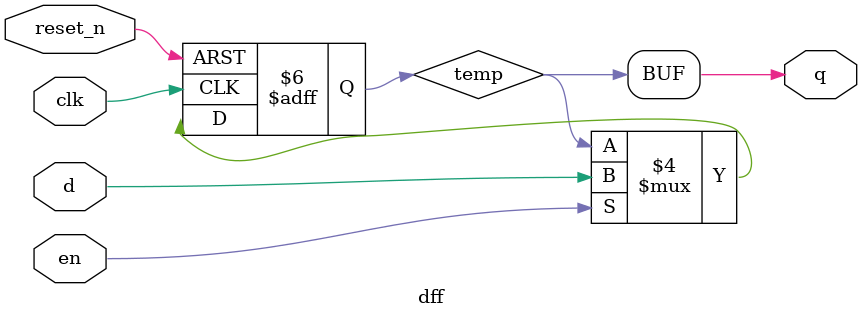
<source format=v>
module dff(q,d,clk,reset_n,en);

output q;
input d;
input clk,reset_n,en;

reg temp;

always@(posedge clk or negedge reset_n) begin
if(!reset_n) temp<=1'b0;
    else if(en) temp<=d;
         else temp<=temp;
end

assign q = temp;

endmodule
</source>
